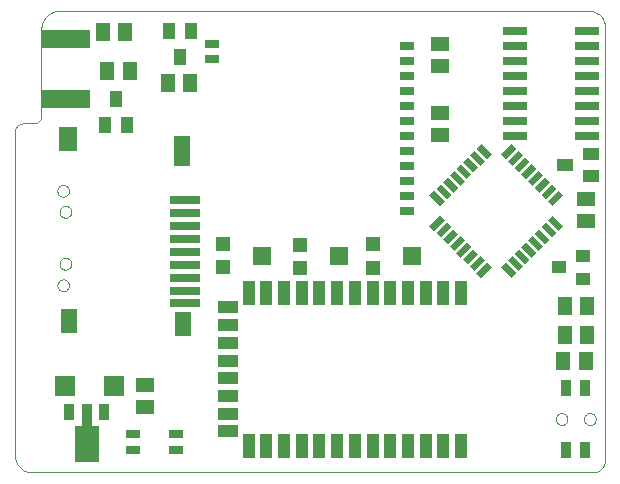
<source format=gbp>
G75*
%MOIN*%
%OFA0B0*%
%FSLAX24Y24*%
%IPPOS*%
%LPD*%
%AMOC8*
5,1,8,0,0,1.08239X$1,22.5*
%
%ADD10C,0.0000*%
%ADD11R,0.0472X0.0276*%
%ADD12R,0.0531X0.0791*%
%ADD13R,0.0591X0.0815*%
%ADD14R,0.0531X0.0806*%
%ADD15R,0.1000X0.0295*%
%ADD16R,0.0531X0.1000*%
%ADD17R,0.0500X0.0250*%
%ADD18R,0.1600X0.0600*%
%ADD19R,0.0800X0.0260*%
%ADD20R,0.0512X0.0591*%
%ADD21R,0.0500X0.0220*%
%ADD22R,0.0220X0.0500*%
%ADD23R,0.0591X0.0512*%
%ADD24R,0.0551X0.0394*%
%ADD25R,0.0709X0.0669*%
%ADD26R,0.0350X0.0550*%
%ADD27R,0.0350X0.0750*%
%ADD28R,0.0787X0.1200*%
%ADD29R,0.0394X0.0551*%
%ADD30R,0.0320X0.0560*%
%ADD31R,0.0450X0.0400*%
%ADD32R,0.0394X0.0787*%
%ADD33R,0.0709X0.0394*%
%ADD34R,0.0630X0.0591*%
%ADD35R,0.0472X0.0472*%
D10*
X002038Y000854D02*
X002038Y011613D01*
X002039Y011613D02*
X002041Y011645D01*
X002046Y011676D01*
X002055Y011707D01*
X002067Y011737D01*
X002083Y011765D01*
X002101Y011791D01*
X002122Y011815D01*
X002146Y011836D01*
X002172Y011854D01*
X002200Y011870D01*
X002230Y011882D01*
X002261Y011891D01*
X002292Y011896D01*
X002324Y011898D01*
X002324Y011899D02*
X002659Y011899D01*
X002689Y011901D01*
X002718Y011906D01*
X002747Y011914D01*
X002774Y011925D01*
X002800Y011940D01*
X002824Y011957D01*
X002846Y011977D01*
X002866Y011999D01*
X002883Y012023D01*
X002898Y012049D01*
X002909Y012076D01*
X002917Y012105D01*
X002922Y012134D01*
X002924Y012164D01*
X002924Y015048D01*
X002926Y015095D01*
X002931Y015142D01*
X002941Y015189D01*
X002954Y015234D01*
X002970Y015279D01*
X002990Y015322D01*
X003013Y015363D01*
X003039Y015402D01*
X003068Y015440D01*
X003101Y015474D01*
X003135Y015507D01*
X003173Y015536D01*
X003212Y015562D01*
X003253Y015585D01*
X003296Y015605D01*
X003341Y015621D01*
X003386Y015634D01*
X003433Y015644D01*
X003480Y015649D01*
X003527Y015651D01*
X021161Y015651D01*
X021161Y015650D02*
X021207Y015648D01*
X021254Y015642D01*
X021299Y015633D01*
X021343Y015620D01*
X021387Y015603D01*
X021428Y015582D01*
X021468Y015558D01*
X021506Y015531D01*
X021542Y015501D01*
X021574Y015469D01*
X021604Y015433D01*
X021631Y015395D01*
X021655Y015355D01*
X021676Y015314D01*
X021693Y015270D01*
X021706Y015226D01*
X021715Y015181D01*
X021721Y015134D01*
X021723Y015088D01*
X021723Y000683D01*
X021721Y000644D01*
X021716Y000606D01*
X021707Y000569D01*
X021695Y000532D01*
X021679Y000497D01*
X021660Y000463D01*
X021639Y000431D01*
X021614Y000401D01*
X021587Y000374D01*
X021557Y000349D01*
X021525Y000328D01*
X021491Y000309D01*
X021456Y000293D01*
X021419Y000281D01*
X021382Y000272D01*
X021344Y000267D01*
X021305Y000265D01*
X002628Y000265D01*
X002582Y000267D01*
X002536Y000272D01*
X002491Y000281D01*
X002446Y000294D01*
X002403Y000310D01*
X002361Y000329D01*
X002320Y000352D01*
X002282Y000377D01*
X002245Y000406D01*
X002212Y000438D01*
X002180Y000471D01*
X002151Y000508D01*
X002126Y000546D01*
X002103Y000587D01*
X002084Y000629D01*
X002068Y000672D01*
X002055Y000717D01*
X002046Y000762D01*
X002041Y000808D01*
X002039Y000854D01*
X003456Y006501D02*
X003458Y006528D01*
X003464Y006555D01*
X003473Y006581D01*
X003486Y006605D01*
X003502Y006628D01*
X003521Y006647D01*
X003543Y006664D01*
X003567Y006678D01*
X003592Y006688D01*
X003619Y006695D01*
X003646Y006698D01*
X003674Y006697D01*
X003701Y006692D01*
X003727Y006684D01*
X003751Y006672D01*
X003774Y006656D01*
X003795Y006638D01*
X003812Y006617D01*
X003827Y006593D01*
X003838Y006568D01*
X003846Y006542D01*
X003850Y006515D01*
X003850Y006487D01*
X003846Y006460D01*
X003838Y006434D01*
X003827Y006409D01*
X003812Y006385D01*
X003795Y006364D01*
X003774Y006346D01*
X003752Y006330D01*
X003727Y006318D01*
X003701Y006310D01*
X003674Y006305D01*
X003646Y006304D01*
X003619Y006307D01*
X003592Y006314D01*
X003567Y006324D01*
X003543Y006338D01*
X003521Y006355D01*
X003502Y006374D01*
X003486Y006397D01*
X003473Y006421D01*
X003464Y006447D01*
X003458Y006474D01*
X003456Y006501D01*
X003532Y007222D02*
X003534Y007249D01*
X003540Y007276D01*
X003549Y007302D01*
X003562Y007326D01*
X003578Y007349D01*
X003597Y007368D01*
X003619Y007385D01*
X003643Y007399D01*
X003668Y007409D01*
X003695Y007416D01*
X003722Y007419D01*
X003750Y007418D01*
X003777Y007413D01*
X003803Y007405D01*
X003827Y007393D01*
X003850Y007377D01*
X003871Y007359D01*
X003888Y007338D01*
X003903Y007314D01*
X003914Y007289D01*
X003922Y007263D01*
X003926Y007236D01*
X003926Y007208D01*
X003922Y007181D01*
X003914Y007155D01*
X003903Y007130D01*
X003888Y007106D01*
X003871Y007085D01*
X003850Y007067D01*
X003828Y007051D01*
X003803Y007039D01*
X003777Y007031D01*
X003750Y007026D01*
X003722Y007025D01*
X003695Y007028D01*
X003668Y007035D01*
X003643Y007045D01*
X003619Y007059D01*
X003597Y007076D01*
X003578Y007095D01*
X003562Y007118D01*
X003549Y007142D01*
X003540Y007168D01*
X003534Y007195D01*
X003532Y007222D01*
X003532Y008954D02*
X003534Y008981D01*
X003540Y009008D01*
X003549Y009034D01*
X003562Y009058D01*
X003578Y009081D01*
X003597Y009100D01*
X003619Y009117D01*
X003643Y009131D01*
X003668Y009141D01*
X003695Y009148D01*
X003722Y009151D01*
X003750Y009150D01*
X003777Y009145D01*
X003803Y009137D01*
X003827Y009125D01*
X003850Y009109D01*
X003871Y009091D01*
X003888Y009070D01*
X003903Y009046D01*
X003914Y009021D01*
X003922Y008995D01*
X003926Y008968D01*
X003926Y008940D01*
X003922Y008913D01*
X003914Y008887D01*
X003903Y008862D01*
X003888Y008838D01*
X003871Y008817D01*
X003850Y008799D01*
X003828Y008783D01*
X003803Y008771D01*
X003777Y008763D01*
X003750Y008758D01*
X003722Y008757D01*
X003695Y008760D01*
X003668Y008767D01*
X003643Y008777D01*
X003619Y008791D01*
X003597Y008808D01*
X003578Y008827D01*
X003562Y008850D01*
X003549Y008874D01*
X003540Y008900D01*
X003534Y008927D01*
X003532Y008954D01*
X003456Y009655D02*
X003458Y009682D01*
X003464Y009709D01*
X003473Y009735D01*
X003486Y009759D01*
X003502Y009782D01*
X003521Y009801D01*
X003543Y009818D01*
X003567Y009832D01*
X003592Y009842D01*
X003619Y009849D01*
X003646Y009852D01*
X003674Y009851D01*
X003701Y009846D01*
X003727Y009838D01*
X003751Y009826D01*
X003774Y009810D01*
X003795Y009792D01*
X003812Y009771D01*
X003827Y009747D01*
X003838Y009722D01*
X003846Y009696D01*
X003850Y009669D01*
X003850Y009641D01*
X003846Y009614D01*
X003838Y009588D01*
X003827Y009563D01*
X003812Y009539D01*
X003795Y009518D01*
X003774Y009500D01*
X003752Y009484D01*
X003727Y009472D01*
X003701Y009464D01*
X003674Y009459D01*
X003646Y009458D01*
X003619Y009461D01*
X003592Y009468D01*
X003567Y009478D01*
X003543Y009492D01*
X003521Y009509D01*
X003502Y009528D01*
X003486Y009551D01*
X003473Y009575D01*
X003464Y009601D01*
X003458Y009628D01*
X003456Y009655D01*
X020066Y002045D02*
X020068Y002072D01*
X020074Y002099D01*
X020083Y002125D01*
X020096Y002149D01*
X020112Y002172D01*
X020131Y002191D01*
X020153Y002208D01*
X020177Y002222D01*
X020202Y002232D01*
X020229Y002239D01*
X020256Y002242D01*
X020284Y002241D01*
X020311Y002236D01*
X020337Y002228D01*
X020361Y002216D01*
X020384Y002200D01*
X020405Y002182D01*
X020422Y002161D01*
X020437Y002137D01*
X020448Y002112D01*
X020456Y002086D01*
X020460Y002059D01*
X020460Y002031D01*
X020456Y002004D01*
X020448Y001978D01*
X020437Y001953D01*
X020422Y001929D01*
X020405Y001908D01*
X020384Y001890D01*
X020362Y001874D01*
X020337Y001862D01*
X020311Y001854D01*
X020284Y001849D01*
X020256Y001848D01*
X020229Y001851D01*
X020202Y001858D01*
X020177Y001868D01*
X020153Y001882D01*
X020131Y001899D01*
X020112Y001918D01*
X020096Y001941D01*
X020083Y001965D01*
X020074Y001991D01*
X020068Y002018D01*
X020066Y002045D01*
X021011Y002045D02*
X021013Y002072D01*
X021019Y002099D01*
X021028Y002125D01*
X021041Y002149D01*
X021057Y002172D01*
X021076Y002191D01*
X021098Y002208D01*
X021122Y002222D01*
X021147Y002232D01*
X021174Y002239D01*
X021201Y002242D01*
X021229Y002241D01*
X021256Y002236D01*
X021282Y002228D01*
X021306Y002216D01*
X021329Y002200D01*
X021350Y002182D01*
X021367Y002161D01*
X021382Y002137D01*
X021393Y002112D01*
X021401Y002086D01*
X021405Y002059D01*
X021405Y002031D01*
X021401Y002004D01*
X021393Y001978D01*
X021382Y001953D01*
X021367Y001929D01*
X021350Y001908D01*
X021329Y001890D01*
X021307Y001874D01*
X021282Y001862D01*
X021256Y001854D01*
X021229Y001849D01*
X021201Y001848D01*
X021174Y001851D01*
X021147Y001858D01*
X021122Y001868D01*
X021098Y001882D01*
X021076Y001899D01*
X021057Y001918D01*
X021041Y001941D01*
X021028Y001965D01*
X021019Y001991D01*
X021013Y002018D01*
X021011Y002045D01*
D11*
X007397Y001552D03*
X007397Y001001D03*
X005979Y001001D03*
X005979Y001552D03*
D12*
X007658Y005205D03*
D13*
X003824Y011383D03*
D14*
X003857Y005330D03*
D15*
X007703Y005899D03*
X007703Y006312D03*
X007703Y006745D03*
X007703Y007178D03*
X007703Y007611D03*
X007703Y008045D03*
X007703Y008478D03*
X007703Y008911D03*
X007703Y009344D03*
D16*
X007625Y010989D03*
D17*
X008625Y014033D03*
X008625Y014533D03*
X015125Y014478D03*
X015125Y013978D03*
X015125Y013478D03*
X015125Y012978D03*
X015125Y012478D03*
X015125Y011978D03*
X015125Y011478D03*
X015125Y010978D03*
X015125Y010478D03*
X015125Y009978D03*
X015125Y009478D03*
X015125Y008978D03*
D18*
X003751Y012706D03*
X003751Y014706D03*
D19*
X018706Y014472D03*
X018706Y014972D03*
X018706Y013972D03*
X018706Y013472D03*
X018706Y012972D03*
X018706Y012472D03*
X018706Y011972D03*
X018706Y011472D03*
X021126Y011472D03*
X021126Y011972D03*
X021126Y012472D03*
X021126Y012972D03*
X021126Y013472D03*
X021126Y013972D03*
X021126Y014472D03*
X021126Y014972D03*
D20*
X021113Y005804D03*
X020365Y005804D03*
X020373Y004840D03*
X021121Y004840D03*
X021074Y003970D03*
X020326Y003970D03*
X007889Y013253D03*
X007141Y013253D03*
X005869Y013631D03*
X005121Y013631D03*
X004979Y014938D03*
X005727Y014938D03*
D21*
G36*
X016214Y009150D02*
X015862Y009502D01*
X016018Y009658D01*
X016370Y009306D01*
X016214Y009150D01*
G37*
G36*
X016437Y009373D02*
X016085Y009725D01*
X016241Y009881D01*
X016593Y009529D01*
X016437Y009373D01*
G37*
G36*
X016660Y009596D02*
X016308Y009948D01*
X016464Y010104D01*
X016816Y009752D01*
X016660Y009596D01*
G37*
G36*
X016882Y009819D02*
X016530Y010171D01*
X016686Y010327D01*
X017038Y009975D01*
X016882Y009819D01*
G37*
G36*
X017105Y010041D02*
X016753Y010393D01*
X016909Y010549D01*
X017261Y010197D01*
X017105Y010041D01*
G37*
G36*
X017328Y010264D02*
X016976Y010616D01*
X017132Y010772D01*
X017484Y010420D01*
X017328Y010264D01*
G37*
G36*
X017550Y010487D02*
X017198Y010839D01*
X017354Y010995D01*
X017706Y010643D01*
X017550Y010487D01*
G37*
G36*
X017773Y010709D02*
X017421Y011061D01*
X017577Y011217D01*
X017929Y010865D01*
X017773Y010709D01*
G37*
G36*
X020163Y008319D02*
X019811Y008671D01*
X019967Y008827D01*
X020319Y008475D01*
X020163Y008319D01*
G37*
G36*
X019941Y008097D02*
X019589Y008449D01*
X019745Y008605D01*
X020097Y008253D01*
X019941Y008097D01*
G37*
G36*
X019718Y007874D02*
X019366Y008226D01*
X019522Y008382D01*
X019874Y008030D01*
X019718Y007874D01*
G37*
G36*
X019495Y007651D02*
X019143Y008003D01*
X019299Y008159D01*
X019651Y007807D01*
X019495Y007651D01*
G37*
G36*
X019272Y007429D02*
X018920Y007781D01*
X019076Y007937D01*
X019428Y007585D01*
X019272Y007429D01*
G37*
G36*
X019050Y007206D02*
X018698Y007558D01*
X018854Y007714D01*
X019206Y007362D01*
X019050Y007206D01*
G37*
G36*
X018827Y006983D02*
X018475Y007335D01*
X018631Y007491D01*
X018983Y007139D01*
X018827Y006983D01*
G37*
G36*
X018604Y006760D02*
X018252Y007112D01*
X018408Y007268D01*
X018760Y006916D01*
X018604Y006760D01*
G37*
D22*
G36*
X017577Y006760D02*
X017421Y006916D01*
X017773Y007268D01*
X017929Y007112D01*
X017577Y006760D01*
G37*
G36*
X017354Y006983D02*
X017198Y007139D01*
X017550Y007491D01*
X017706Y007335D01*
X017354Y006983D01*
G37*
G36*
X017132Y007206D02*
X016976Y007362D01*
X017328Y007714D01*
X017484Y007558D01*
X017132Y007206D01*
G37*
G36*
X016909Y007429D02*
X016753Y007585D01*
X017105Y007937D01*
X017261Y007781D01*
X016909Y007429D01*
G37*
G36*
X016686Y007651D02*
X016530Y007807D01*
X016882Y008159D01*
X017038Y008003D01*
X016686Y007651D01*
G37*
G36*
X016464Y007874D02*
X016308Y008030D01*
X016660Y008382D01*
X016816Y008226D01*
X016464Y007874D01*
G37*
G36*
X016241Y008097D02*
X016085Y008253D01*
X016437Y008605D01*
X016593Y008449D01*
X016241Y008097D01*
G37*
G36*
X016018Y008319D02*
X015862Y008475D01*
X016214Y008827D01*
X016370Y008671D01*
X016018Y008319D01*
G37*
G36*
X018854Y010264D02*
X018698Y010420D01*
X019050Y010772D01*
X019206Y010616D01*
X018854Y010264D01*
G37*
G36*
X019076Y010041D02*
X018920Y010197D01*
X019272Y010549D01*
X019428Y010393D01*
X019076Y010041D01*
G37*
G36*
X019299Y009819D02*
X019143Y009975D01*
X019495Y010327D01*
X019651Y010171D01*
X019299Y009819D01*
G37*
G36*
X019522Y009596D02*
X019366Y009752D01*
X019718Y010104D01*
X019874Y009948D01*
X019522Y009596D01*
G37*
G36*
X019745Y009373D02*
X019589Y009529D01*
X019941Y009881D01*
X020097Y009725D01*
X019745Y009373D01*
G37*
G36*
X019967Y009150D02*
X019811Y009306D01*
X020163Y009658D01*
X020319Y009502D01*
X019967Y009150D01*
G37*
G36*
X018631Y010487D02*
X018475Y010643D01*
X018827Y010995D01*
X018983Y010839D01*
X018631Y010487D01*
G37*
G36*
X018408Y010709D02*
X018252Y010865D01*
X018604Y011217D01*
X018760Y011061D01*
X018408Y010709D01*
G37*
D23*
X016223Y011501D03*
X016223Y012249D03*
X016196Y013812D03*
X016196Y014560D03*
X021082Y009391D03*
X021082Y008643D03*
X006365Y003182D03*
X006365Y002434D03*
D24*
X020381Y010521D03*
X021247Y010895D03*
X021247Y010147D03*
D25*
X005330Y003131D03*
X003716Y003131D03*
D26*
X003842Y002269D03*
X005023Y002269D03*
D27*
X004432Y002190D03*
D28*
X004432Y001230D03*
D29*
X005046Y011856D03*
X005794Y011856D03*
X005420Y012722D03*
X007550Y014104D03*
X007176Y014970D03*
X007924Y014970D03*
D30*
X020420Y003068D03*
X021050Y003068D03*
X021050Y001021D03*
X020420Y001021D03*
D31*
X020974Y006726D03*
X020974Y007474D03*
X020174Y007100D03*
D32*
X016916Y006257D03*
X016326Y006257D03*
X015735Y006257D03*
X015145Y006257D03*
X014554Y006257D03*
X013964Y006257D03*
X013373Y006257D03*
X012782Y006257D03*
X012192Y006257D03*
X011601Y006257D03*
X011011Y006257D03*
X010420Y006257D03*
X009830Y006257D03*
X009830Y001139D03*
X010420Y001139D03*
X011011Y001139D03*
X011601Y001139D03*
X012192Y001139D03*
X012782Y001139D03*
X013373Y001139D03*
X013964Y001139D03*
X014554Y001139D03*
X015145Y001139D03*
X015735Y001139D03*
X016326Y001139D03*
X016916Y001139D03*
D33*
X009141Y001631D03*
X009141Y002222D03*
X009141Y002812D03*
X009141Y003403D03*
X009141Y003993D03*
X009141Y004584D03*
X009141Y005174D03*
X009141Y005765D03*
D34*
X010275Y007493D03*
X012838Y007470D03*
X015282Y007474D03*
D35*
X013973Y007867D03*
X013973Y007080D03*
X011529Y007076D03*
X011529Y007863D03*
X008966Y007887D03*
X008966Y007100D03*
M02*

</source>
